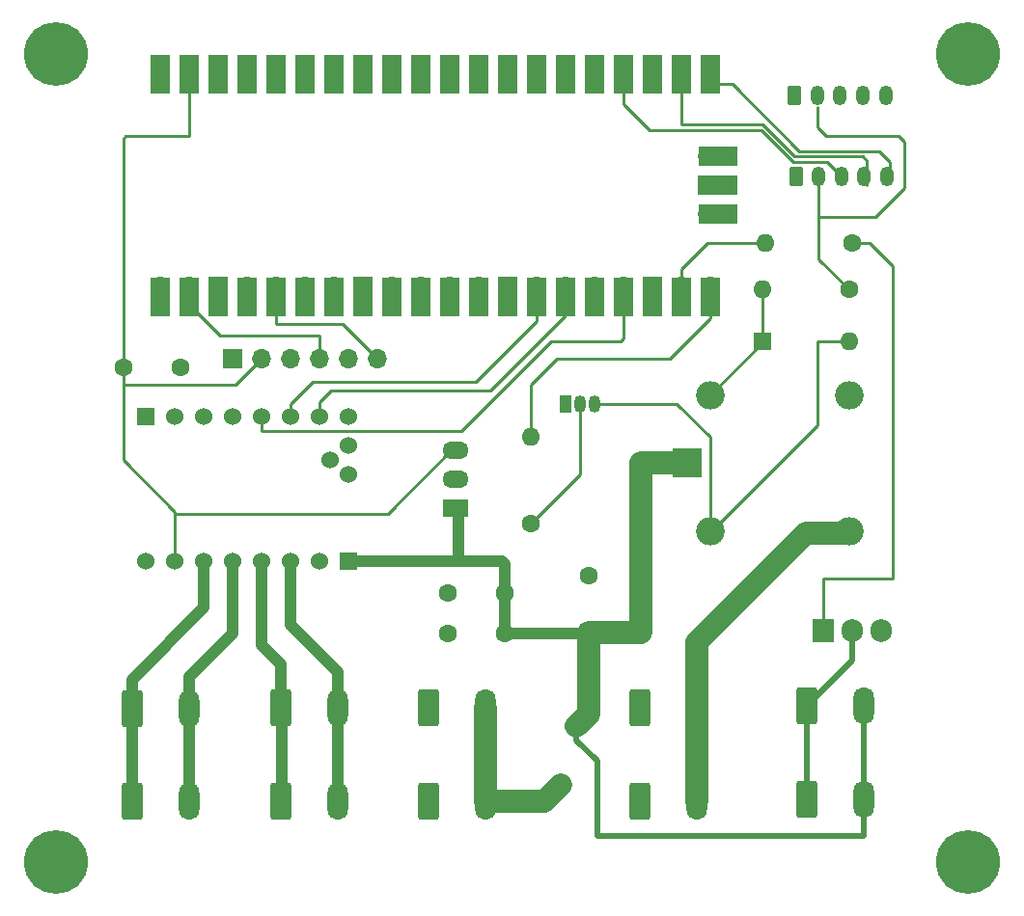
<source format=gbr>
%TF.GenerationSoftware,KiCad,Pcbnew,7.0.1*%
%TF.CreationDate,2023-04-06T19:52:14-04:00*%
%TF.ProjectId,KiwiBoard,4b697769-426f-4617-9264-2e6b69636164,rev?*%
%TF.SameCoordinates,Original*%
%TF.FileFunction,Copper,L1,Top*%
%TF.FilePolarity,Positive*%
%FSLAX46Y46*%
G04 Gerber Fmt 4.6, Leading zero omitted, Abs format (unit mm)*
G04 Created by KiCad (PCBNEW 7.0.1) date 2023-04-06 19:52:14*
%MOMM*%
%LPD*%
G01*
G04 APERTURE LIST*
G04 Aperture macros list*
%AMRoundRect*
0 Rectangle with rounded corners*
0 $1 Rounding radius*
0 $2 $3 $4 $5 $6 $7 $8 $9 X,Y pos of 4 corners*
0 Add a 4 corners polygon primitive as box body*
4,1,4,$2,$3,$4,$5,$6,$7,$8,$9,$2,$3,0*
0 Add four circle primitives for the rounded corners*
1,1,$1+$1,$2,$3*
1,1,$1+$1,$4,$5*
1,1,$1+$1,$6,$7*
1,1,$1+$1,$8,$9*
0 Add four rect primitives between the rounded corners*
20,1,$1+$1,$2,$3,$4,$5,0*
20,1,$1+$1,$4,$5,$6,$7,0*
20,1,$1+$1,$6,$7,$8,$9,0*
20,1,$1+$1,$8,$9,$2,$3,0*%
G04 Aperture macros list end*
%TA.AperFunction,ComponentPad*%
%ADD10RoundRect,0.250000X-0.650000X-1.400000X0.650000X-1.400000X0.650000X1.400000X-0.650000X1.400000X0*%
%TD*%
%TA.AperFunction,ComponentPad*%
%ADD11O,1.800000X3.300000*%
%TD*%
%TA.AperFunction,ComponentPad*%
%ADD12C,1.590000*%
%TD*%
%TA.AperFunction,ComponentPad*%
%ADD13R,1.050000X1.500000*%
%TD*%
%TA.AperFunction,ComponentPad*%
%ADD14O,1.050000X1.500000*%
%TD*%
%TA.AperFunction,ComponentPad*%
%ADD15RoundRect,0.250000X-0.350000X-0.625000X0.350000X-0.625000X0.350000X0.625000X-0.350000X0.625000X0*%
%TD*%
%TA.AperFunction,ComponentPad*%
%ADD16O,1.200000X1.750000*%
%TD*%
%TA.AperFunction,ComponentPad*%
%ADD17R,1.600000X1.600000*%
%TD*%
%TA.AperFunction,ComponentPad*%
%ADD18C,1.600000*%
%TD*%
%TA.AperFunction,ComponentPad*%
%ADD19R,1.905000X2.000000*%
%TD*%
%TA.AperFunction,ComponentPad*%
%ADD20O,1.905000X2.000000*%
%TD*%
%TA.AperFunction,ComponentPad*%
%ADD21O,1.600000X1.600000*%
%TD*%
%TA.AperFunction,ComponentPad*%
%ADD22C,5.600000*%
%TD*%
%TA.AperFunction,ComponentPad*%
%ADD23R,1.524000X1.524000*%
%TD*%
%TA.AperFunction,ComponentPad*%
%ADD24C,1.524000*%
%TD*%
%TA.AperFunction,ComponentPad*%
%ADD25O,1.700000X1.700000*%
%TD*%
%TA.AperFunction,SMDPad,CuDef*%
%ADD26R,1.700000X3.500000*%
%TD*%
%TA.AperFunction,ComponentPad*%
%ADD27R,1.700000X1.700000*%
%TD*%
%TA.AperFunction,SMDPad,CuDef*%
%ADD28R,3.500000X1.700000*%
%TD*%
%TA.AperFunction,ComponentPad*%
%ADD29R,2.300000X1.500000*%
%TD*%
%TA.AperFunction,ComponentPad*%
%ADD30O,2.300000X1.500000*%
%TD*%
%TA.AperFunction,ComponentPad*%
%ADD31R,2.500000X2.500000*%
%TD*%
%TA.AperFunction,ComponentPad*%
%ADD32O,2.500000X2.500000*%
%TD*%
%TA.AperFunction,Conductor*%
%ADD33C,1.000000*%
%TD*%
%TA.AperFunction,Conductor*%
%ADD34C,0.250000*%
%TD*%
%TA.AperFunction,Conductor*%
%ADD35C,0.500000*%
%TD*%
%TA.AperFunction,Conductor*%
%ADD36C,0.800000*%
%TD*%
%TA.AperFunction,Conductor*%
%ADD37C,2.000000*%
%TD*%
G04 APERTURE END LIST*
D10*
%TO.P,J4B1,1,Pin_1*%
%TO.N,B-*%
X52658000Y-98480000D03*
X52658000Y-106680000D03*
D11*
%TO.P,J4B1,2,Pin_2*%
%TO.N,B+*%
X57658000Y-98480000D03*
X57658000Y-106680000D03*
%TD*%
D10*
%TO.P,J4A1,1,Pin_1*%
%TO.N,A-*%
X65688000Y-98422500D03*
X65688000Y-106622500D03*
D11*
%TO.P,J4A1,2,Pin_2*%
%TO.N,A+*%
X70688000Y-98422500D03*
X70688000Y-106622500D03*
%TD*%
D10*
%TO.P,J1,1,Pin_1*%
%TO.N,GND*%
X78642000Y-98422500D03*
X78642000Y-106622500D03*
D11*
%TO.P,J1,2,Pin_2*%
%TO.N,VCC*%
X83642000Y-98422500D03*
X83642000Y-106622500D03*
%TD*%
D12*
%TO.P,F1,1*%
%TO.N,VCC*%
X90232000Y-105166000D03*
%TO.P,F1,2*%
%TO.N,+12V*%
X91632000Y-100066000D03*
%TD*%
D13*
%TO.P,Q1,1,E*%
%TO.N,GND*%
X90678000Y-71734000D03*
D14*
%TO.P,Q1,2,B*%
%TO.N,Net-(Q1-B)*%
X91948000Y-71734000D03*
%TO.P,Q1,3,C*%
%TO.N,Net-(D1-A)*%
X93218000Y-71734000D03*
%TD*%
D15*
%TO.P,J5,1,Pin_1*%
%TO.N,GND*%
X110744000Y-44704000D03*
D16*
%TO.P,J5,2,Pin_2*%
%TO.N,+3.3V*%
X112744000Y-44704000D03*
%TO.P,J5,3,Pin_3*%
%TO.N,SDA*%
X114744000Y-44704000D03*
%TO.P,J5,4,Pin_4*%
%TO.N,SLC*%
X116744000Y-44704000D03*
%TO.P,J5,5*%
%TO.N,N/C*%
X118744000Y-44704000D03*
%TD*%
D17*
%TO.P,C4,1*%
%TO.N,+12V*%
X92710000Y-91810651D03*
D18*
%TO.P,C4,2*%
%TO.N,GND*%
X92710000Y-86810651D03*
%TD*%
%TO.P,C3,1*%
%TO.N,+3.3V*%
X51856000Y-68580000D03*
%TO.P,C3,2*%
%TO.N,GND*%
X56856000Y-68580000D03*
%TD*%
%TO.P,C1,1*%
%TO.N,+12V*%
X85344000Y-91948000D03*
%TO.P,C1,2*%
%TO.N,GND*%
X80344000Y-91948000D03*
%TD*%
D19*
%TO.P,Q2,1,B*%
%TO.N,Net-(Q2-B)*%
X113284000Y-91623000D03*
D20*
%TO.P,Q2,2,C*%
%TO.N,FAN_GND*%
X115824000Y-91623000D03*
%TO.P,Q2,3,E*%
%TO.N,GND*%
X118364000Y-91623000D03*
%TD*%
D18*
%TO.P,C2,1*%
%TO.N,+12V*%
X85344000Y-88392000D03*
%TO.P,C2,2*%
%TO.N,GND*%
X80344000Y-88392000D03*
%TD*%
%TO.P,R1,1*%
%TO.N,Net-(Q1-B)*%
X87630000Y-82296000D03*
D21*
%TO.P,R1,2*%
%TO.N,HEATER_CTL*%
X87630000Y-74676000D03*
%TD*%
D17*
%TO.P,D1,1,K*%
%TO.N,Net-(D1-K)*%
X107950000Y-66294000D03*
D21*
%TO.P,D1,2,A*%
%TO.N,Net-(D1-A)*%
X115570000Y-66294000D03*
%TD*%
D10*
%TO.P,J3,1,Pin_1*%
%TO.N,FAN_GND*%
X111840000Y-98298000D03*
X111840000Y-106498000D03*
D11*
%TO.P,J3,2,Pin_2*%
%TO.N,+12V*%
X116840000Y-98298000D03*
X116840000Y-106498000D03*
%TD*%
D22*
%TO.P,REF\u002A\u002A,1*%
%TO.N,N/C*%
X46000000Y-41000000D03*
%TD*%
D23*
%TO.P,U4,JP1_1,DIR*%
%TO.N,unconnected-(U4-DIR-PadJP1_1)*%
X53848000Y-72898000D03*
D24*
%TO.P,U4,JP1_2,STEP*%
%TO.N,unconnected-(U4-STEP-PadJP1_2)*%
X56388000Y-72898000D03*
%TO.P,U4,JP1_3*%
%TO.N,N/C*%
X58928000Y-72898000D03*
%TO.P,U4,JP1_4,SDO*%
%TO.N,MISO*%
X61468000Y-72898000D03*
%TO.P,U4,JP1_5,CS*%
%TO.N,SS*%
X64008000Y-72898000D03*
%TO.P,U4,JP1_6,SCK*%
%TO.N,SCLK*%
X66548000Y-72898000D03*
%TO.P,U4,JP1_7,SDI*%
%TO.N,MOSI*%
X69088000Y-72898000D03*
%TO.P,U4,JP1_8,EN*%
%TO.N,MOTOR_EN*%
X71628000Y-72898000D03*
D23*
%TO.P,U4,JP2_1,VM*%
%TO.N,+12V*%
X71628000Y-85598000D03*
D24*
%TO.P,U4,JP2_2,GND*%
%TO.N,GND*%
X69088000Y-85598000D03*
%TO.P,U4,JP2_3,OA2*%
%TO.N,A+*%
X66548000Y-85598000D03*
%TO.P,U4,JP2_4,OA1*%
%TO.N,A-*%
X64008000Y-85598000D03*
%TO.P,U4,JP2_5,OB1*%
%TO.N,B+*%
X61468000Y-85598000D03*
%TO.P,U4,JP2_6,OB2*%
%TO.N,B-*%
X58928000Y-85598000D03*
%TO.P,U4,JP2_7,VIO*%
%TO.N,+3.3V*%
X56388000Y-85598000D03*
%TO.P,U4,JP2_8,GND*%
%TO.N,GND*%
X53848000Y-85598000D03*
%TO.P,U4,JP3_1,DIAG*%
%TO.N,unconnected-(U4-DIAG-PadJP3_1)*%
X71628000Y-77978000D03*
%TO.P,U4,JP3_2,INDEX*%
%TO.N,unconnected-(U4-INDEX-PadJP3_2)*%
X71628000Y-75438000D03*
%TO.P,U4,VREF,VREF*%
%TO.N,unconnected-(U4-PadVREF)*%
X69977000Y-76708000D03*
%TD*%
D18*
%TO.P,R3,1*%
%TO.N,Net-(Q2-B)*%
X115824000Y-57658000D03*
D21*
%TO.P,R3,2*%
%TO.N,FAN_CTL*%
X108204000Y-57658000D03*
%TD*%
D25*
%TO.P,U1,1,GPIO0*%
%TO.N,EXT1*%
X55118000Y-61468000D03*
D26*
X55118000Y-62368000D03*
D25*
%TO.P,U1,2,GPIO1*%
%TO.N,EXT2*%
X57658000Y-61468000D03*
D26*
X57658000Y-62368000D03*
D27*
%TO.P,U1,3,GND*%
%TO.N,GND*%
X60198000Y-61468000D03*
D26*
X60198000Y-62368000D03*
D25*
%TO.P,U1,4,GPIO2*%
%TO.N,EXT3*%
X62738000Y-61468000D03*
D26*
X62738000Y-62368000D03*
D25*
%TO.P,U1,5,GPIO3*%
%TO.N,EXT4*%
X65278000Y-61468000D03*
D26*
X65278000Y-62368000D03*
D25*
%TO.P,U1,6,GPIO4*%
%TO.N,SDA*%
X67818000Y-61468000D03*
D26*
X67818000Y-62368000D03*
D25*
%TO.P,U1,7,GPIO5*%
%TO.N,SLC*%
X70358000Y-61468000D03*
D26*
X70358000Y-62368000D03*
D27*
%TO.P,U1,8,GND*%
%TO.N,GND*%
X72898000Y-61468000D03*
D26*
X72898000Y-62368000D03*
D25*
%TO.P,U1,9,GPIO6*%
%TO.N,unconnected-(U1-GPIO6-Pad9)*%
X75438000Y-61468000D03*
D26*
X75438000Y-62368000D03*
D25*
%TO.P,U1,10,GPIO7*%
%TO.N,unconnected-(U1-GPIO7-Pad10)*%
X77978000Y-61468000D03*
D26*
X77978000Y-62368000D03*
D25*
%TO.P,U1,11,GPIO8*%
%TO.N,unconnected-(U1-GPIO8-Pad11)*%
X80518000Y-61468000D03*
D26*
X80518000Y-62368000D03*
D25*
%TO.P,U1,12,GPIO9*%
%TO.N,MOTOR_EN*%
X83058000Y-61468000D03*
D26*
X83058000Y-62368000D03*
D27*
%TO.P,U1,13,GND*%
%TO.N,GND*%
X85598000Y-61468000D03*
D26*
X85598000Y-62368000D03*
D25*
%TO.P,U1,14,GPIO10*%
%TO.N,SCLK*%
X88138000Y-61468000D03*
D26*
X88138000Y-62368000D03*
D25*
%TO.P,U1,15,GPIO11*%
%TO.N,MOSI*%
X90678000Y-61468000D03*
D26*
X90678000Y-62368000D03*
D25*
%TO.P,U1,16,GPIO12*%
%TO.N,MISO*%
X93218000Y-61468000D03*
D26*
X93218000Y-62368000D03*
D25*
%TO.P,U1,17,GPIO13*%
%TO.N,SS*%
X95758000Y-61468000D03*
D26*
X95758000Y-62368000D03*
D27*
%TO.P,U1,18,GND*%
%TO.N,GND*%
X98298000Y-61468000D03*
D26*
X98298000Y-62368000D03*
D25*
%TO.P,U1,19,GPIO14*%
%TO.N,FAN_CTL*%
X100838000Y-61468000D03*
D26*
X100838000Y-62368000D03*
D25*
%TO.P,U1,20,GPIO15*%
%TO.N,HEATER_CTL*%
X103378000Y-61468000D03*
D26*
X103378000Y-62368000D03*
D25*
%TO.P,U1,21,GPIO16*%
%TO.N,ENC2*%
X103378000Y-43688000D03*
D26*
X103378000Y-42788000D03*
D25*
%TO.P,U1,22,GPIO17*%
%TO.N,ENC1*%
X100838000Y-43688000D03*
D26*
X100838000Y-42788000D03*
D27*
%TO.P,U1,23,GND*%
%TO.N,GND*%
X98298000Y-43688000D03*
D26*
X98298000Y-42788000D03*
D25*
%TO.P,U1,24,GPIO18*%
%TO.N,BTN*%
X95758000Y-43688000D03*
D26*
X95758000Y-42788000D03*
D25*
%TO.P,U1,25,GPIO19*%
%TO.N,unconnected-(U1-GPIO19-Pad25)*%
X93218000Y-43688000D03*
D26*
X93218000Y-42788000D03*
D25*
%TO.P,U1,26,GPIO20*%
%TO.N,unconnected-(U1-GPIO20-Pad26)*%
X90678000Y-43688000D03*
D26*
X90678000Y-42788000D03*
D25*
%TO.P,U1,27,GPIO21*%
%TO.N,unconnected-(U1-GPIO21-Pad27)*%
X88138000Y-43688000D03*
D26*
X88138000Y-42788000D03*
D27*
%TO.P,U1,28,GND*%
%TO.N,GND*%
X85598000Y-43688000D03*
D26*
X85598000Y-42788000D03*
D25*
%TO.P,U1,29,GPIO22*%
%TO.N,unconnected-(U1-GPIO22-Pad29)*%
X83058000Y-43688000D03*
D26*
X83058000Y-42788000D03*
D25*
%TO.P,U1,30,RUN*%
%TO.N,unconnected-(U1-RUN-Pad30)*%
X80518000Y-43688000D03*
D26*
X80518000Y-42788000D03*
D25*
%TO.P,U1,31,GPIO26_ADC0*%
%TO.N,unconnected-(U1-GPIO26_ADC0-Pad31)*%
X77978000Y-43688000D03*
D26*
X77978000Y-42788000D03*
D25*
%TO.P,U1,32,GPIO27_ADC1*%
%TO.N,unconnected-(U1-GPIO27_ADC1-Pad32)*%
X75438000Y-43688000D03*
D26*
X75438000Y-42788000D03*
D27*
%TO.P,U1,33,AGND*%
%TO.N,GND*%
X72898000Y-43688000D03*
D26*
X72898000Y-42788000D03*
D25*
%TO.P,U1,34,GPIO28_ADC2*%
%TO.N,unconnected-(U1-GPIO28_ADC2-Pad34)*%
X70358000Y-43688000D03*
D26*
X70358000Y-42788000D03*
D25*
%TO.P,U1,35,ADC_VREF*%
%TO.N,unconnected-(U1-ADC_VREF-Pad35)*%
X67818000Y-43688000D03*
D26*
X67818000Y-42788000D03*
D25*
%TO.P,U1,36,3V3*%
%TO.N,unconnected-(U1-3V3-Pad36)*%
X65278000Y-43688000D03*
D26*
X65278000Y-42788000D03*
D25*
%TO.P,U1,37,3V3_EN*%
%TO.N,unconnected-(U1-3V3_EN-Pad37)*%
X62738000Y-43688000D03*
D26*
X62738000Y-42788000D03*
D27*
%TO.P,U1,38,GND*%
%TO.N,GND*%
X60198000Y-43688000D03*
D26*
X60198000Y-42788000D03*
D25*
%TO.P,U1,39,VSYS*%
%TO.N,+3.3V*%
X57658000Y-43688000D03*
D26*
X57658000Y-42788000D03*
D25*
%TO.P,U1,40,VBUS*%
%TO.N,unconnected-(U1-VBUS-Pad40)*%
X55118000Y-43688000D03*
D26*
X55118000Y-42788000D03*
D25*
%TO.P,U1,41,SWCLK*%
%TO.N,unconnected-(U1-SWCLK-Pad41)*%
X103148000Y-55118000D03*
D28*
X104048000Y-55118000D03*
D27*
%TO.P,U1,42,GND*%
%TO.N,unconnected-(U1-GND-Pad42)*%
X103148000Y-52578000D03*
D28*
X104048000Y-52578000D03*
D25*
%TO.P,U1,43,SWDIO*%
%TO.N,unconnected-(U1-SWDIO-Pad43)*%
X103148000Y-50038000D03*
D28*
X104048000Y-50038000D03*
%TD*%
D22*
%TO.P,REF\u002A\u002A,1*%
%TO.N,N/C*%
X126000000Y-41000000D03*
%TD*%
D10*
%TO.P,J2,1,Pin_1*%
%TO.N,GND*%
X97184000Y-98422500D03*
X97184000Y-106622500D03*
D11*
%TO.P,J2,2,Pin_2*%
%TO.N,HEATER_OUT*%
X102184000Y-98422500D03*
X102184000Y-106622500D03*
%TD*%
D22*
%TO.P,REF\u002A\u002A,1*%
%TO.N,N/C*%
X46000000Y-112000000D03*
%TD*%
D27*
%TO.P,J7,1,Pin_1*%
%TO.N,GND*%
X61468000Y-67818000D03*
D25*
%TO.P,J7,2,Pin_2*%
%TO.N,+3.3V*%
X64008000Y-67818000D03*
%TO.P,J7,3,Pin_3*%
%TO.N,EXT1*%
X66548000Y-67818000D03*
%TO.P,J7,4,Pin_4*%
%TO.N,EXT2*%
X69088000Y-67818000D03*
%TO.P,J7,5,Pin_5*%
%TO.N,EXT3*%
X71628000Y-67818000D03*
%TO.P,J7,6,Pin_6*%
%TO.N,EXT4*%
X74168000Y-67818000D03*
%TD*%
D15*
%TO.P,J6,1,Pin_1*%
%TO.N,GND*%
X110872000Y-51816000D03*
D16*
%TO.P,J6,2,Pin_2*%
%TO.N,+3.3V*%
X112872000Y-51816000D03*
%TO.P,J6,3,Pin_3*%
%TO.N,BTN*%
X114872000Y-51816000D03*
%TO.P,J6,4,Pin_4*%
%TO.N,ENC1*%
X116872000Y-51816000D03*
%TO.P,J6,5,Pin_5*%
%TO.N,ENC2*%
X118872000Y-51816000D03*
%TD*%
D29*
%TO.P,U2,1,IN*%
%TO.N,+12V*%
X81000000Y-80933000D03*
D30*
%TO.P,U2,2,GND*%
%TO.N,GND*%
X81000000Y-78393000D03*
%TO.P,U2,3,OUT*%
%TO.N,+3.3V*%
X81000000Y-75853000D03*
%TD*%
D22*
%TO.P,REF\u002A\u002A,1*%
%TO.N,N/C*%
X126000000Y-112000000D03*
%TD*%
D31*
%TO.P,K1,1*%
%TO.N,+12V*%
X101354500Y-76962000D03*
D32*
%TO.P,K1,2*%
%TO.N,Net-(D1-A)*%
X103354500Y-82962000D03*
%TO.P,K1,3*%
%TO.N,HEATER_OUT*%
X115554500Y-82962000D03*
%TO.P,K1,4*%
%TO.N,unconnected-(K1-Pad4)*%
X115554500Y-70962000D03*
%TO.P,K1,5*%
%TO.N,Net-(D1-K)*%
X103354500Y-70962000D03*
%TD*%
D18*
%TO.P,R2,1*%
%TO.N,+3.3V*%
X115570000Y-61722000D03*
D21*
%TO.P,R2,2*%
%TO.N,Net-(D1-K)*%
X107950000Y-61722000D03*
%TD*%
D33*
%TO.N,A-*%
X65786000Y-106524500D02*
X65688000Y-106622500D01*
X65786000Y-98520500D02*
X65786000Y-106524500D01*
X65688000Y-98422500D02*
X65786000Y-98520500D01*
X65688000Y-94644000D02*
X65688000Y-98422500D01*
X64008000Y-92964000D02*
X65688000Y-94644000D01*
X64008000Y-85598000D02*
X64008000Y-92964000D01*
%TO.N,A+*%
X66548000Y-91186000D02*
X70688000Y-95326000D01*
X66548000Y-85598000D02*
X66548000Y-91186000D01*
X70688000Y-95326000D02*
X70688000Y-105860500D01*
%TO.N,B-*%
X52658000Y-95932000D02*
X52658000Y-106680000D01*
X58928000Y-89662000D02*
X52658000Y-95932000D01*
X58928000Y-85598000D02*
X58928000Y-89662000D01*
%TO.N,B+*%
X57658000Y-95758000D02*
X57658000Y-106680000D01*
X61468000Y-85598000D02*
X61468000Y-91948000D01*
X61468000Y-91948000D02*
X57658000Y-95758000D01*
D34*
%TO.N,+3.3V*%
X51856000Y-70104000D02*
X51856000Y-68580000D01*
X61722000Y-70104000D02*
X51856000Y-70104000D01*
X64008000Y-67818000D02*
X61722000Y-70104000D01*
D33*
%TO.N,+12V*%
X82471500Y-85598000D02*
X85090000Y-85598000D01*
D35*
X116840000Y-98298000D02*
X116840000Y-106498000D01*
D36*
X92572651Y-91948000D02*
X92710000Y-91810651D01*
D35*
X93472000Y-109728000D02*
X93472000Y-103124000D01*
D33*
X85344000Y-85852000D02*
X85344000Y-88392000D01*
D37*
X97282000Y-91810651D02*
X97282000Y-76962000D01*
D33*
X81280000Y-85598000D02*
X81280000Y-81213000D01*
D37*
X92710000Y-91810651D02*
X97282000Y-91810651D01*
X91632000Y-100066000D02*
X92710000Y-98988000D01*
X97282000Y-76962000D02*
X101354500Y-76962000D01*
D33*
X71628000Y-85598000D02*
X82471500Y-85598000D01*
X85090000Y-85598000D02*
X85344000Y-85852000D01*
X85344000Y-91948000D02*
X92572651Y-91948000D01*
D35*
X91632000Y-101284000D02*
X91632000Y-100066000D01*
D33*
X81280000Y-81213000D02*
X81000000Y-80933000D01*
D35*
X93472000Y-103124000D02*
X91632000Y-101284000D01*
D33*
X82471500Y-85598000D02*
X81280000Y-85598000D01*
X85344000Y-91948000D02*
X85344000Y-88392000D01*
D35*
X116840000Y-109728000D02*
X93472000Y-109728000D01*
D37*
X92710000Y-98988000D02*
X92710000Y-91810651D01*
D35*
X116840000Y-106498000D02*
X116840000Y-109728000D01*
D34*
%TO.N,Net-(D1-K)*%
X107950000Y-66294000D02*
X107950000Y-66366500D01*
X107950000Y-61722000D02*
X107950000Y-66294000D01*
X107950000Y-66366500D02*
X103354500Y-70962000D01*
%TO.N,Net-(D1-A)*%
X103354500Y-82962000D02*
X103474000Y-82962000D01*
X103354500Y-74652500D02*
X103354500Y-82962000D01*
X112776000Y-66294000D02*
X115570000Y-66294000D01*
X100436000Y-71734000D02*
X103354500Y-74652500D01*
X103474000Y-82962000D02*
X112776000Y-73660000D01*
X93218000Y-71734000D02*
X100436000Y-71734000D01*
X112776000Y-73660000D02*
X112776000Y-66294000D01*
D36*
%TO.N,HEATER_OUT*%
X115554500Y-83073500D02*
X115554500Y-82962000D01*
D37*
X102184000Y-98422500D02*
X102184000Y-106622500D01*
X102184000Y-98422500D02*
X102184000Y-92634000D01*
X111744500Y-83073500D02*
X115554500Y-83073500D01*
X102184000Y-92634000D02*
X111744500Y-83073500D01*
D34*
%TO.N,Net-(Q1-B)*%
X91948000Y-77978000D02*
X91948000Y-71734000D01*
X87630000Y-82296000D02*
X91948000Y-77978000D01*
%TO.N,Net-(Q2-B)*%
X119380000Y-87122000D02*
X113284000Y-87122000D01*
X115824000Y-57658000D02*
X117348000Y-57658000D01*
X117348000Y-57658000D02*
X119380000Y-59690000D01*
X119380000Y-59690000D02*
X119380000Y-87122000D01*
X113284000Y-87122000D02*
X113284000Y-91623000D01*
D35*
%TO.N,FAN_GND*%
X111840000Y-106498000D02*
X111840000Y-98298000D01*
X115824000Y-94314000D02*
X111840000Y-98298000D01*
X115824000Y-91623000D02*
X115824000Y-94314000D01*
D34*
%TO.N,HEATER_CTL*%
X89916000Y-67818000D02*
X87630000Y-70104000D01*
X103378000Y-61468000D02*
X103378000Y-64262000D01*
X87630000Y-70104000D02*
X87630000Y-74676000D01*
X99822000Y-67818000D02*
X89916000Y-67818000D01*
X103378000Y-64262000D02*
X99822000Y-67818000D01*
%TO.N,+3.3V*%
X75081304Y-81382696D02*
X56539304Y-81382696D01*
X117856000Y-55372000D02*
X112872000Y-55372000D01*
X80611000Y-75853000D02*
X75081304Y-81382696D01*
X113522000Y-48260000D02*
X119888000Y-48260000D01*
X51856000Y-48474000D02*
X52070000Y-48260000D01*
X56539304Y-81382696D02*
X56388000Y-81534000D01*
X112872000Y-59024000D02*
X115570000Y-61722000D01*
X112744000Y-45720000D02*
X112744000Y-47482000D01*
X119888000Y-48260000D02*
X120396000Y-48768000D01*
X51856000Y-68580000D02*
X51856000Y-76699392D01*
X56388000Y-81231392D02*
X56388000Y-85598000D01*
X120396000Y-48768000D02*
X120396000Y-52832000D01*
X51856000Y-68580000D02*
X51856000Y-48474000D01*
X51856000Y-76699392D02*
X56388000Y-81231392D01*
X52070000Y-48260000D02*
X57658000Y-48260000D01*
X57658000Y-48260000D02*
X57658000Y-43688000D01*
X112872000Y-51816000D02*
X112872000Y-59024000D01*
X120396000Y-52832000D02*
X117856000Y-55372000D01*
X112744000Y-47482000D02*
X113522000Y-48260000D01*
X56388000Y-81534000D02*
X56388000Y-85598000D01*
%TO.N,FAN_CTL*%
X103124000Y-57658000D02*
X108204000Y-57658000D01*
X100838000Y-61468000D02*
X100838000Y-59944000D01*
X100838000Y-59944000D02*
X103124000Y-57658000D01*
%TO.N,SCLK*%
X88138000Y-61468000D02*
X88138000Y-64516000D01*
X66548000Y-71755000D02*
X66548000Y-72898000D01*
X82804000Y-69850000D02*
X68453000Y-69850000D01*
X68453000Y-69850000D02*
X66548000Y-71755000D01*
X88138000Y-64516000D02*
X82804000Y-69850000D01*
%TO.N,MOSI*%
X84074000Y-70612000D02*
X90678000Y-64008000D01*
X90678000Y-64008000D02*
X90678000Y-61468000D01*
X70104000Y-70612000D02*
X84074000Y-70612000D01*
X69088000Y-71628000D02*
X70104000Y-70612000D01*
X69088000Y-72898000D02*
X69088000Y-71628000D01*
%TO.N,SS*%
X95758000Y-61468000D02*
X95758000Y-66040000D01*
X95504000Y-66294000D02*
X89408000Y-66294000D01*
X81534000Y-74168000D02*
X64008000Y-74168000D01*
X64008000Y-74168000D02*
X64008000Y-72898000D01*
X95758000Y-66040000D02*
X95504000Y-66294000D01*
X89408000Y-66294000D02*
X81534000Y-74168000D01*
%TO.N,BTN*%
X95758000Y-41402000D02*
X95758000Y-43688000D01*
X107824396Y-47752000D02*
X110618396Y-50546000D01*
X95758000Y-45466000D02*
X98044000Y-47752000D01*
X95758000Y-43688000D02*
X95758000Y-45466000D01*
X113601000Y-50546000D02*
X115125000Y-52070000D01*
X110618396Y-50546000D02*
X113601000Y-50546000D01*
X98044000Y-47752000D02*
X107824396Y-47752000D01*
%TO.N,ENC1*%
X110746792Y-50038000D02*
X107952792Y-47244000D01*
X107952792Y-47244000D02*
X100838000Y-47244000D01*
X116713000Y-50038000D02*
X110746792Y-50038000D01*
X117094000Y-52578000D02*
X117094000Y-50419000D01*
X100838000Y-47244000D02*
X100838000Y-43688000D01*
X117094000Y-50419000D02*
X116713000Y-50038000D01*
%TO.N,ENC2*%
X105283000Y-43688000D02*
X103378000Y-43688000D01*
X111183000Y-49588000D02*
X105283000Y-43688000D01*
X118168698Y-49588000D02*
X111183000Y-49588000D01*
X119125000Y-52069000D02*
X119125000Y-50544302D01*
X119125000Y-50544302D02*
X118168698Y-49588000D01*
D37*
%TO.N,VCC*%
X83642000Y-106622500D02*
X88775500Y-106622500D01*
X88775500Y-106622500D02*
X90232000Y-105166000D01*
X83642000Y-106622500D02*
X83642000Y-98422500D01*
D34*
%TO.N,EXT2*%
X69088000Y-65786000D02*
X69088000Y-67818000D01*
X57658000Y-61468000D02*
X57658000Y-63078000D01*
X60366000Y-65786000D02*
X69088000Y-65786000D01*
X57658000Y-63078000D02*
X60366000Y-65786000D01*
%TO.N,EXT4*%
X65278000Y-64770000D02*
X71120000Y-64770000D01*
X65278000Y-61468000D02*
X65278000Y-64770000D01*
X71120000Y-64770000D02*
X74168000Y-67818000D01*
%TD*%
M02*

</source>
